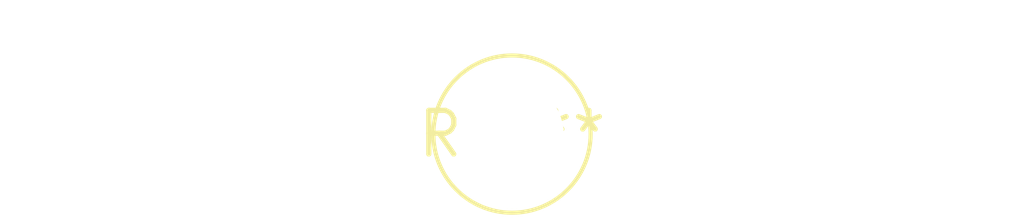
<source format=kicad_pcb>
(kicad_pcb (version 20240108) (generator pcbnew)
  (layers (0 "F.Cu" signal) (31 "B.Cu" signal) (34 "B.Paste" user) (35 "F.Paste" user) (36 "B.SilkS" user "B.Silkscreen") (37 "F.SilkS" user "F.Silkscreen") (38 "B.Mask" user) (39 "F.Mask" user) (44 "Edge.Cuts" user))
  (net 0 "")
  (footprint "TestPoint_Plated_Hole_D3.0mm" (layer "F.Cu") (at 0 0)
    (property "Reference" "REF**")
    (property "Value" "TestPoint_Plated_Hole_D3.0mm")
    (fp_circle (center 0 0) (end 0 -2.286) (layer "F.SilkS") (stroke (width 0.12)) (fill none))
    (pad "1" thru_hole circle (at 0 0) (size 4 4) (drill 3) (layers *.Cu *.Mask) (remove_unused_layers))
  )
)
</source>
